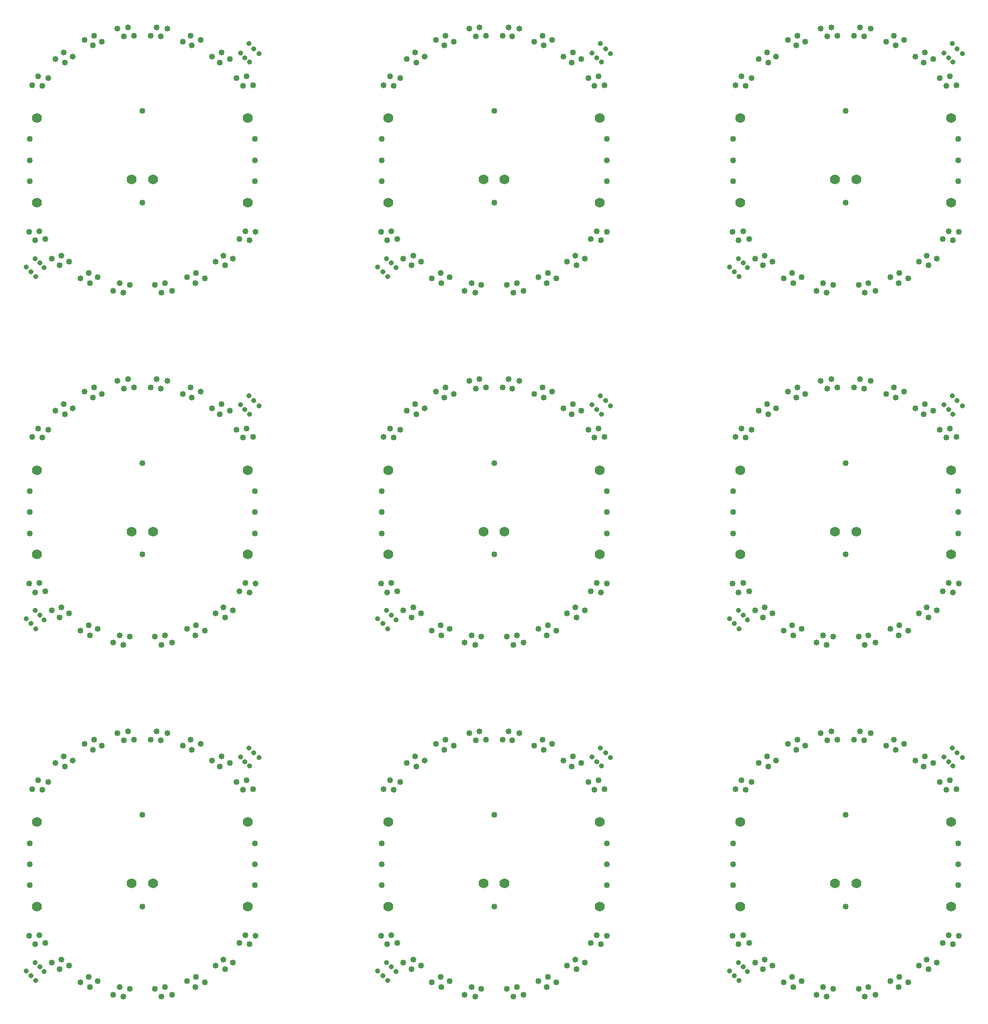
<source format=gbs>
G75*
%MOIN*%
%OFA0B0*%
%FSLAX25Y25*%
%IPPOS*%
%LPD*%
%AMOC8*
5,1,8,0,0,1.08239X$1,22.5*
%
%ADD10C,0.05518*%
%ADD11C,0.02762*%
%ADD12C,0.03353*%
D10*
X0125463Y0161289D03*
X0125463Y0208533D03*
X0178612Y0174085D03*
X0190423Y0174085D03*
X0243573Y0161289D03*
X0243573Y0208533D03*
X0322313Y0208533D03*
X0322313Y0161289D03*
X0375463Y0174085D03*
X0387274Y0174085D03*
X0440423Y0161289D03*
X0440423Y0208533D03*
X0519163Y0208533D03*
X0519163Y0161289D03*
X0572313Y0174085D03*
X0584124Y0174085D03*
X0637274Y0161289D03*
X0637274Y0208533D03*
X0637274Y0358140D03*
X0637274Y0405384D03*
X0584124Y0370935D03*
X0572313Y0370935D03*
X0519163Y0358140D03*
X0519163Y0405384D03*
X0440423Y0405384D03*
X0440423Y0358140D03*
X0387274Y0370935D03*
X0375463Y0370935D03*
X0322313Y0358140D03*
X0322313Y0405384D03*
X0243573Y0405384D03*
X0243573Y0358140D03*
X0190423Y0370935D03*
X0178612Y0370935D03*
X0125463Y0358140D03*
X0125463Y0405384D03*
X0125463Y0554990D03*
X0125463Y0602234D03*
X0178612Y0567785D03*
X0190423Y0567785D03*
X0243573Y0554990D03*
X0243573Y0602234D03*
X0322313Y0602234D03*
X0322313Y0554990D03*
X0375463Y0567785D03*
X0387274Y0567785D03*
X0440423Y0554990D03*
X0440423Y0602234D03*
X0519163Y0602234D03*
X0519163Y0554990D03*
X0572313Y0567785D03*
X0584124Y0567785D03*
X0637274Y0554990D03*
X0637274Y0602234D03*
D11*
X0122159Y0122552D03*
X0124943Y0119769D03*
X0129608Y0124827D03*
X0127078Y0127472D03*
X0124434Y0130001D03*
X0119375Y0125336D03*
X0239428Y0244996D03*
X0241957Y0242351D03*
X0244602Y0239821D03*
X0249661Y0244487D03*
X0246877Y0247270D03*
X0244093Y0250054D03*
X0316225Y0322187D03*
X0319009Y0319403D03*
X0321793Y0316619D03*
X0326458Y0321678D03*
X0323929Y0324322D03*
X0321284Y0326852D03*
X0244602Y0436672D03*
X0241957Y0439201D03*
X0239428Y0441846D03*
X0244093Y0446905D03*
X0246877Y0444121D03*
X0249661Y0441337D03*
X0321793Y0513469D03*
X0319009Y0516253D03*
X0316225Y0519037D03*
X0321284Y0523702D03*
X0323929Y0521173D03*
X0326458Y0518528D03*
X0436278Y0441846D03*
X0438808Y0439201D03*
X0441452Y0436672D03*
X0446511Y0441337D03*
X0443727Y0444121D03*
X0440943Y0446905D03*
X0513076Y0519037D03*
X0515859Y0516253D03*
X0518643Y0513469D03*
X0523308Y0518528D03*
X0520779Y0521173D03*
X0518134Y0523702D03*
X0441452Y0633522D03*
X0438808Y0636052D03*
X0436278Y0638696D03*
X0440943Y0643755D03*
X0443727Y0640971D03*
X0446511Y0638187D03*
X0633129Y0638696D03*
X0635658Y0636052D03*
X0638303Y0633522D03*
X0643361Y0638187D03*
X0640578Y0640971D03*
X0637794Y0643755D03*
X0637794Y0446905D03*
X0640578Y0444121D03*
X0643361Y0441337D03*
X0638303Y0436672D03*
X0635658Y0439201D03*
X0633129Y0441846D03*
X0520779Y0324322D03*
X0523308Y0321678D03*
X0518643Y0316619D03*
X0515859Y0319403D03*
X0513076Y0322187D03*
X0518134Y0326852D03*
X0440943Y0250054D03*
X0443727Y0247270D03*
X0446511Y0244487D03*
X0441452Y0239821D03*
X0438808Y0242351D03*
X0436278Y0244996D03*
X0518134Y0130001D03*
X0520779Y0127472D03*
X0523308Y0124827D03*
X0518643Y0119769D03*
X0515859Y0122552D03*
X0513076Y0125336D03*
X0633129Y0244996D03*
X0635658Y0242351D03*
X0638303Y0239821D03*
X0643361Y0244487D03*
X0640578Y0247270D03*
X0637794Y0250054D03*
X0326458Y0124827D03*
X0323929Y0127472D03*
X0321284Y0130001D03*
X0316225Y0125336D03*
X0319009Y0122552D03*
X0321793Y0119769D03*
X0124943Y0316619D03*
X0122159Y0319403D03*
X0119375Y0322187D03*
X0124434Y0326852D03*
X0127078Y0324322D03*
X0129608Y0321678D03*
X0124943Y0513469D03*
X0122159Y0516253D03*
X0119375Y0519037D03*
X0124434Y0523702D03*
X0127078Y0521173D03*
X0129608Y0518528D03*
X0241957Y0636052D03*
X0239428Y0638696D03*
X0244093Y0643755D03*
X0246877Y0640971D03*
X0249661Y0638187D03*
X0244602Y0633522D03*
D12*
X0242823Y0625464D03*
X0240659Y0620274D03*
X0237150Y0624629D03*
X0246346Y0620687D03*
X0233349Y0635256D03*
X0227964Y0633385D03*
X0223447Y0636683D03*
X0228710Y0638958D03*
X0217025Y0645964D03*
X0212307Y0642763D03*
X0207090Y0644780D03*
X0211586Y0648339D03*
X0198485Y0652083D03*
X0194757Y0647769D03*
X0189196Y0648368D03*
X0192617Y0652969D03*
X0179840Y0648368D03*
X0174279Y0647769D03*
X0176419Y0652969D03*
X0170550Y0652083D03*
X0161945Y0644780D03*
X0156728Y0642763D03*
X0157450Y0648339D03*
X0152011Y0645964D03*
X0145589Y0636683D03*
X0141072Y0633385D03*
X0140326Y0638958D03*
X0135686Y0635256D03*
X0131885Y0624629D03*
X0128376Y0620274D03*
X0126213Y0625464D03*
X0122690Y0620687D03*
X0121526Y0590423D03*
X0121526Y0578612D03*
X0121526Y0566801D03*
X0121259Y0538720D03*
X0126956Y0538935D03*
X0130311Y0534460D03*
X0124613Y0533824D03*
X0133739Y0523707D03*
X0139187Y0525389D03*
X0143586Y0521935D03*
X0138246Y0519846D03*
X0149680Y0512436D03*
X0154506Y0515470D03*
X0159650Y0513272D03*
X0155033Y0509872D03*
X0167995Y0505674D03*
X0171871Y0509854D03*
X0177408Y0509062D03*
X0173829Y0504583D03*
X0191627Y0509062D03*
X0197164Y0509854D03*
X0195207Y0504583D03*
X0201041Y0505674D03*
X0209386Y0513272D03*
X0214529Y0515470D03*
X0214002Y0509872D03*
X0219356Y0512436D03*
X0225450Y0521935D03*
X0229849Y0525389D03*
X0230789Y0519846D03*
X0235296Y0523707D03*
X0238724Y0534460D03*
X0242079Y0538935D03*
X0244422Y0533824D03*
X0247776Y0538720D03*
X0247510Y0566801D03*
X0247510Y0578612D03*
X0247510Y0590423D03*
X0184518Y0606171D03*
X0184518Y0554990D03*
X0192617Y0456119D03*
X0194757Y0450919D03*
X0189196Y0451518D03*
X0179840Y0451518D03*
X0174279Y0450919D03*
X0176419Y0456119D03*
X0170550Y0455232D03*
X0161945Y0447930D03*
X0156728Y0445913D03*
X0157450Y0451489D03*
X0152011Y0449114D03*
X0145589Y0439833D03*
X0141072Y0436534D03*
X0140326Y0442107D03*
X0135686Y0438405D03*
X0131885Y0427779D03*
X0128376Y0423423D03*
X0126213Y0428613D03*
X0122690Y0423837D03*
X0121526Y0393573D03*
X0121526Y0381762D03*
X0121526Y0369951D03*
X0121259Y0341870D03*
X0126956Y0342085D03*
X0130311Y0337610D03*
X0124613Y0336974D03*
X0139187Y0328539D03*
X0143586Y0325085D03*
X0138246Y0322995D03*
X0133739Y0326857D03*
X0149680Y0315585D03*
X0154506Y0318620D03*
X0159650Y0316422D03*
X0155033Y0313022D03*
X0167995Y0308823D03*
X0171871Y0313004D03*
X0177408Y0312212D03*
X0173829Y0307733D03*
X0191627Y0312212D03*
X0197164Y0313004D03*
X0195207Y0307733D03*
X0201041Y0308823D03*
X0209386Y0316422D03*
X0214529Y0318620D03*
X0214002Y0313022D03*
X0219356Y0315585D03*
X0225450Y0325085D03*
X0229849Y0328539D03*
X0230789Y0322995D03*
X0235296Y0326857D03*
X0238724Y0337610D03*
X0242079Y0342085D03*
X0244422Y0336974D03*
X0247776Y0341870D03*
X0247510Y0369951D03*
X0247510Y0381762D03*
X0247510Y0393573D03*
X0246346Y0423837D03*
X0240659Y0423423D03*
X0237150Y0427779D03*
X0242823Y0428613D03*
X0233349Y0438405D03*
X0227964Y0436534D03*
X0223447Y0439833D03*
X0228710Y0442107D03*
X0217025Y0449114D03*
X0212307Y0445913D03*
X0207090Y0447930D03*
X0211586Y0451489D03*
X0198485Y0455232D03*
X0184518Y0409321D03*
X0184518Y0358140D03*
X0192617Y0259268D03*
X0194757Y0254069D03*
X0189196Y0254667D03*
X0179840Y0254667D03*
X0174279Y0254069D03*
X0176419Y0259268D03*
X0170550Y0258382D03*
X0161945Y0251080D03*
X0156728Y0249062D03*
X0157450Y0254638D03*
X0152011Y0252264D03*
X0145589Y0242983D03*
X0141072Y0239684D03*
X0140326Y0245257D03*
X0135686Y0241555D03*
X0126213Y0231763D03*
X0128376Y0226573D03*
X0131885Y0230928D03*
X0122690Y0226987D03*
X0121526Y0196722D03*
X0121526Y0184911D03*
X0121526Y0173100D03*
X0121259Y0145020D03*
X0126956Y0145235D03*
X0130311Y0140759D03*
X0124613Y0140123D03*
X0133739Y0130006D03*
X0139187Y0131689D03*
X0143586Y0128234D03*
X0138246Y0126145D03*
X0149680Y0118735D03*
X0154506Y0121770D03*
X0159650Y0119571D03*
X0155033Y0116172D03*
X0167995Y0111973D03*
X0171871Y0116154D03*
X0177408Y0115361D03*
X0173829Y0110883D03*
X0191627Y0115361D03*
X0197164Y0116154D03*
X0195207Y0110883D03*
X0201041Y0111973D03*
X0209386Y0119571D03*
X0214529Y0121770D03*
X0214002Y0116172D03*
X0219356Y0118735D03*
X0230789Y0126145D03*
X0229849Y0131689D03*
X0225450Y0128234D03*
X0235296Y0130006D03*
X0238724Y0140759D03*
X0242079Y0145235D03*
X0244422Y0140123D03*
X0247776Y0145020D03*
X0247510Y0173100D03*
X0247510Y0184911D03*
X0247510Y0196722D03*
X0246346Y0226987D03*
X0240659Y0226573D03*
X0237150Y0230928D03*
X0242823Y0231763D03*
X0233349Y0241555D03*
X0227964Y0239684D03*
X0223447Y0242983D03*
X0228710Y0245257D03*
X0217025Y0252264D03*
X0212307Y0249062D03*
X0207090Y0251080D03*
X0211586Y0254638D03*
X0198485Y0258382D03*
X0184518Y0212470D03*
X0184518Y0161289D03*
X0318376Y0173100D03*
X0318376Y0184911D03*
X0318376Y0196722D03*
X0319540Y0226987D03*
X0325226Y0226573D03*
X0328735Y0230928D03*
X0323063Y0231763D03*
X0332537Y0241555D03*
X0337922Y0239684D03*
X0342439Y0242983D03*
X0337176Y0245257D03*
X0348861Y0252264D03*
X0353579Y0249062D03*
X0358795Y0251080D03*
X0354300Y0254638D03*
X0367401Y0258382D03*
X0371129Y0254069D03*
X0376690Y0254667D03*
X0373269Y0259268D03*
X0386046Y0254667D03*
X0391607Y0254069D03*
X0389467Y0259268D03*
X0395335Y0258382D03*
X0403941Y0251080D03*
X0409157Y0249062D03*
X0408436Y0254638D03*
X0413875Y0252264D03*
X0420297Y0242983D03*
X0424814Y0239684D03*
X0425560Y0245257D03*
X0430200Y0241555D03*
X0439673Y0231763D03*
X0437510Y0226573D03*
X0434001Y0230928D03*
X0443196Y0226987D03*
X0444360Y0196722D03*
X0444360Y0184911D03*
X0444360Y0173100D03*
X0444627Y0145020D03*
X0438930Y0145235D03*
X0435575Y0140759D03*
X0441273Y0140123D03*
X0432147Y0130006D03*
X0426699Y0131689D03*
X0422300Y0128234D03*
X0427639Y0126145D03*
X0416206Y0118735D03*
X0411379Y0121770D03*
X0406236Y0119571D03*
X0410853Y0116172D03*
X0397891Y0111973D03*
X0394014Y0116154D03*
X0388478Y0115361D03*
X0392057Y0110883D03*
X0374259Y0115361D03*
X0368722Y0116154D03*
X0370679Y0110883D03*
X0364845Y0111973D03*
X0356500Y0119571D03*
X0351357Y0121770D03*
X0351883Y0116172D03*
X0346530Y0118735D03*
X0335097Y0126145D03*
X0336037Y0131689D03*
X0340436Y0128234D03*
X0330590Y0130006D03*
X0327162Y0140759D03*
X0323807Y0145235D03*
X0321464Y0140123D03*
X0318109Y0145020D03*
X0381368Y0161289D03*
X0381368Y0212470D03*
X0370679Y0307733D03*
X0368722Y0313004D03*
X0374259Y0312212D03*
X0364845Y0308823D03*
X0356500Y0316422D03*
X0351357Y0318620D03*
X0351883Y0313022D03*
X0346530Y0315585D03*
X0340436Y0325085D03*
X0336037Y0328539D03*
X0335097Y0322995D03*
X0330590Y0326857D03*
X0327162Y0337610D03*
X0323807Y0342085D03*
X0321464Y0336974D03*
X0318109Y0341870D03*
X0318376Y0369951D03*
X0318376Y0381762D03*
X0318376Y0393573D03*
X0319540Y0423837D03*
X0325226Y0423423D03*
X0328735Y0427779D03*
X0323063Y0428613D03*
X0332537Y0438405D03*
X0337922Y0436534D03*
X0342439Y0439833D03*
X0337176Y0442107D03*
X0348861Y0449114D03*
X0353579Y0445913D03*
X0358795Y0447930D03*
X0354300Y0451489D03*
X0367401Y0455232D03*
X0371129Y0450919D03*
X0376690Y0451518D03*
X0373269Y0456119D03*
X0386046Y0451518D03*
X0391607Y0450919D03*
X0389467Y0456119D03*
X0395335Y0455232D03*
X0403941Y0447930D03*
X0409157Y0445913D03*
X0408436Y0451489D03*
X0413875Y0449114D03*
X0420297Y0439833D03*
X0424814Y0436534D03*
X0425560Y0442107D03*
X0430200Y0438405D03*
X0434001Y0427779D03*
X0437510Y0423423D03*
X0439673Y0428613D03*
X0443196Y0423837D03*
X0444360Y0393573D03*
X0444360Y0381762D03*
X0444360Y0369951D03*
X0444627Y0341870D03*
X0438930Y0342085D03*
X0435575Y0337610D03*
X0441273Y0336974D03*
X0432147Y0326857D03*
X0426699Y0328539D03*
X0422300Y0325085D03*
X0427639Y0322995D03*
X0416206Y0315585D03*
X0411379Y0318620D03*
X0406236Y0316422D03*
X0410853Y0313022D03*
X0397891Y0308823D03*
X0394014Y0313004D03*
X0388478Y0312212D03*
X0392057Y0307733D03*
X0381368Y0358140D03*
X0381368Y0409321D03*
X0370679Y0504583D03*
X0368722Y0509854D03*
X0374259Y0509062D03*
X0364845Y0505674D03*
X0356500Y0513272D03*
X0351357Y0515470D03*
X0351883Y0509872D03*
X0346530Y0512436D03*
X0340436Y0521935D03*
X0336037Y0525389D03*
X0335097Y0519846D03*
X0330590Y0523707D03*
X0327162Y0534460D03*
X0323807Y0538935D03*
X0321464Y0533824D03*
X0318109Y0538720D03*
X0318376Y0566801D03*
X0318376Y0578612D03*
X0318376Y0590423D03*
X0319540Y0620687D03*
X0325226Y0620274D03*
X0328735Y0624629D03*
X0323063Y0625464D03*
X0332537Y0635256D03*
X0337922Y0633385D03*
X0342439Y0636683D03*
X0337176Y0638958D03*
X0348861Y0645964D03*
X0353579Y0642763D03*
X0358795Y0644780D03*
X0354300Y0648339D03*
X0367401Y0652083D03*
X0371129Y0647769D03*
X0376690Y0648368D03*
X0373269Y0652969D03*
X0386046Y0648368D03*
X0391607Y0647769D03*
X0389467Y0652969D03*
X0395335Y0652083D03*
X0403941Y0644780D03*
X0409157Y0642763D03*
X0408436Y0648339D03*
X0413875Y0645964D03*
X0420297Y0636683D03*
X0424814Y0633385D03*
X0425560Y0638958D03*
X0430200Y0635256D03*
X0434001Y0624629D03*
X0437510Y0620274D03*
X0439673Y0625464D03*
X0443196Y0620687D03*
X0444360Y0590423D03*
X0444360Y0578612D03*
X0444360Y0566801D03*
X0444627Y0538720D03*
X0438930Y0538935D03*
X0435575Y0534460D03*
X0441273Y0533824D03*
X0432147Y0523707D03*
X0426699Y0525389D03*
X0422300Y0521935D03*
X0427639Y0519846D03*
X0416206Y0512436D03*
X0411379Y0515470D03*
X0406236Y0513272D03*
X0410853Y0509872D03*
X0397891Y0505674D03*
X0394014Y0509854D03*
X0388478Y0509062D03*
X0392057Y0504583D03*
X0381368Y0554990D03*
X0381368Y0606171D03*
X0515226Y0590423D03*
X0515226Y0578612D03*
X0515226Y0566801D03*
X0514960Y0538720D03*
X0520657Y0538935D03*
X0524012Y0534460D03*
X0518314Y0533824D03*
X0527440Y0523707D03*
X0532888Y0525389D03*
X0537286Y0521935D03*
X0531947Y0519846D03*
X0543381Y0512436D03*
X0548207Y0515470D03*
X0553350Y0513272D03*
X0548734Y0509872D03*
X0561696Y0505674D03*
X0565572Y0509854D03*
X0571109Y0509062D03*
X0567530Y0504583D03*
X0585328Y0509062D03*
X0590865Y0509854D03*
X0588907Y0504583D03*
X0594741Y0505674D03*
X0603087Y0513272D03*
X0608230Y0515470D03*
X0607703Y0509872D03*
X0613056Y0512436D03*
X0619151Y0521935D03*
X0623549Y0525389D03*
X0624490Y0519846D03*
X0628997Y0523707D03*
X0632425Y0534460D03*
X0635780Y0538935D03*
X0638123Y0533824D03*
X0641477Y0538720D03*
X0641211Y0566801D03*
X0641211Y0578612D03*
X0641211Y0590423D03*
X0640046Y0620687D03*
X0634360Y0620274D03*
X0630851Y0624629D03*
X0636523Y0625464D03*
X0627050Y0635256D03*
X0621664Y0633385D03*
X0617148Y0636683D03*
X0622411Y0638958D03*
X0610726Y0645964D03*
X0606008Y0642763D03*
X0600791Y0644780D03*
X0605286Y0648339D03*
X0592186Y0652083D03*
X0588458Y0647769D03*
X0582896Y0648368D03*
X0586317Y0652969D03*
X0573541Y0648368D03*
X0567979Y0647769D03*
X0570120Y0652969D03*
X0564251Y0652083D03*
X0555646Y0644780D03*
X0550429Y0642763D03*
X0551151Y0648339D03*
X0545711Y0645964D03*
X0539289Y0636683D03*
X0534773Y0633385D03*
X0534026Y0638958D03*
X0529387Y0635256D03*
X0525586Y0624629D03*
X0522077Y0620274D03*
X0519914Y0625464D03*
X0516391Y0620687D03*
X0578219Y0606171D03*
X0578219Y0554990D03*
X0586317Y0456119D03*
X0588458Y0450919D03*
X0582896Y0451518D03*
X0573541Y0451518D03*
X0567979Y0450919D03*
X0570120Y0456119D03*
X0564251Y0455232D03*
X0555646Y0447930D03*
X0550429Y0445913D03*
X0551151Y0451489D03*
X0545711Y0449114D03*
X0539289Y0439833D03*
X0534773Y0436534D03*
X0534026Y0442107D03*
X0529387Y0438405D03*
X0525586Y0427779D03*
X0522077Y0423423D03*
X0519914Y0428613D03*
X0516391Y0423837D03*
X0515226Y0393573D03*
X0515226Y0381762D03*
X0515226Y0369951D03*
X0514960Y0341870D03*
X0520657Y0342085D03*
X0524012Y0337610D03*
X0518314Y0336974D03*
X0527440Y0326857D03*
X0532888Y0328539D03*
X0537286Y0325085D03*
X0531947Y0322995D03*
X0543381Y0315585D03*
X0548207Y0318620D03*
X0553350Y0316422D03*
X0548734Y0313022D03*
X0561696Y0308823D03*
X0565572Y0313004D03*
X0571109Y0312212D03*
X0567530Y0307733D03*
X0585328Y0312212D03*
X0590865Y0313004D03*
X0588907Y0307733D03*
X0594741Y0308823D03*
X0603087Y0316422D03*
X0608230Y0318620D03*
X0607703Y0313022D03*
X0613056Y0315585D03*
X0619151Y0325085D03*
X0623549Y0328539D03*
X0624490Y0322995D03*
X0628997Y0326857D03*
X0632425Y0337610D03*
X0635780Y0342085D03*
X0638123Y0336974D03*
X0641477Y0341870D03*
X0641211Y0369951D03*
X0641211Y0381762D03*
X0641211Y0393573D03*
X0640046Y0423837D03*
X0634360Y0423423D03*
X0630851Y0427779D03*
X0636523Y0428613D03*
X0627050Y0438405D03*
X0621664Y0436534D03*
X0617148Y0439833D03*
X0622411Y0442107D03*
X0610726Y0449114D03*
X0606008Y0445913D03*
X0600791Y0447930D03*
X0605286Y0451489D03*
X0592186Y0455232D03*
X0578219Y0409321D03*
X0578219Y0358140D03*
X0586317Y0259268D03*
X0588458Y0254069D03*
X0582896Y0254667D03*
X0573541Y0254667D03*
X0567979Y0254069D03*
X0570120Y0259268D03*
X0564251Y0258382D03*
X0555646Y0251080D03*
X0550429Y0249062D03*
X0551151Y0254638D03*
X0545711Y0252264D03*
X0539289Y0242983D03*
X0534773Y0239684D03*
X0534026Y0245257D03*
X0529387Y0241555D03*
X0519914Y0231763D03*
X0522077Y0226573D03*
X0525586Y0230928D03*
X0516391Y0226987D03*
X0515226Y0196722D03*
X0515226Y0184911D03*
X0515226Y0173100D03*
X0514960Y0145020D03*
X0520657Y0145235D03*
X0524012Y0140759D03*
X0518314Y0140123D03*
X0527440Y0130006D03*
X0532888Y0131689D03*
X0537286Y0128234D03*
X0531947Y0126145D03*
X0543381Y0118735D03*
X0548207Y0121770D03*
X0553350Y0119571D03*
X0548734Y0116172D03*
X0561696Y0111973D03*
X0565572Y0116154D03*
X0571109Y0115361D03*
X0567530Y0110883D03*
X0585328Y0115361D03*
X0590865Y0116154D03*
X0588907Y0110883D03*
X0594741Y0111973D03*
X0603087Y0119571D03*
X0608230Y0121770D03*
X0607703Y0116172D03*
X0613056Y0118735D03*
X0624490Y0126145D03*
X0623549Y0131689D03*
X0619151Y0128234D03*
X0628997Y0130006D03*
X0632425Y0140759D03*
X0635780Y0145235D03*
X0638123Y0140123D03*
X0641477Y0145020D03*
X0641211Y0173100D03*
X0641211Y0184911D03*
X0641211Y0196722D03*
X0640046Y0226987D03*
X0634360Y0226573D03*
X0630851Y0230928D03*
X0636523Y0231763D03*
X0627050Y0241555D03*
X0621664Y0239684D03*
X0617148Y0242983D03*
X0622411Y0245257D03*
X0610726Y0252264D03*
X0606008Y0249062D03*
X0600791Y0251080D03*
X0605286Y0254638D03*
X0592186Y0258382D03*
X0578219Y0212470D03*
X0578219Y0161289D03*
M02*

</source>
